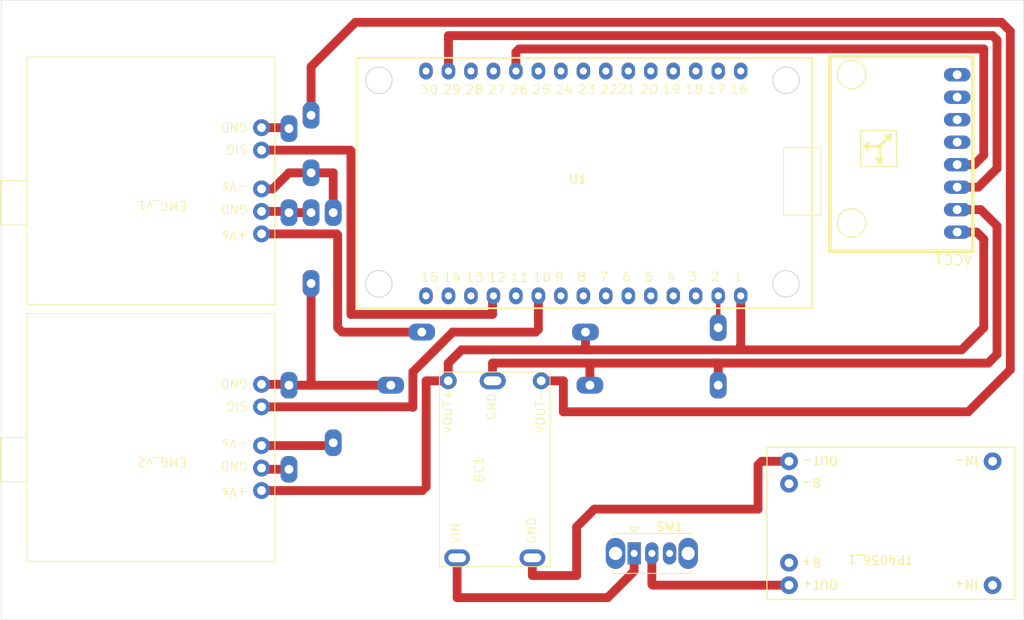
<source format=kicad_pcb>
(kicad_pcb (version 20241229) (generator "pcbnew") (generator_version "9.0")
  (layers (0 "F.Cu" signal) (2 "B.Cu" signal) (13 "F.Paste" user) (15 "B.Paste" user) (5 "F.SilkS" user "F.Silkscreen") (7 "B.SilkS" user "B.Silkscreen") (1 "F.Mask" user) (3 "B.Mask" user) (25 "Edge.Cuts" user))
  (net 0 "")
  (net 5 "Net-(BC1-GND)")
  (net 6 "Net-(U1-GPIO22)")
  (net 7 "Net-(U1-GPIO21)")
  (net 8 "Net-(BC1-VOUT+)")
  (net 9 "Net-(BC1-VIN+)")
  (net 10 "Net-(BC1-VOUT-)")
  (net 11 "Net-(BC1-VIN-)")
  (net 12 "Net-(EMG_v1-SIG)")
  (net 13 "Net-(EMG_v2-SIG)")
  (net 14 "Net-(SW1A-B)")
  (net 43 "Net-(R1-Pad1)")
  (net 44 "Net-(EMG_v1-GND-Pad1)")
  (net 45 "Net-(EMG_v1-+Vs)")
  (net 46 "Net-(EMG_v1--Vs)")
  (net 47 "Net-(EMG_v1-GND-Pad4)")
  (net 48 "Net-(EMG_v2-GND-Pad1)")
  (net 49 "Net-(EMG_v2--Vs)")
  (net 50 "Net-(EMG_v2-GND-Pad4)")
  (footprint "customFootprints:Jumper-Wire_8mm_Blue" (layer "F.Cu") (at 133.5 66 90)
    (property "Reference" "R2" (hide yes))
    (property "Value" "R")
    (pad "1" thru_hole roundrect (at 1.5 0 90) (size 3 1.9) (drill 1) (layers "*.Cu") (roundrect_rratio 0.421) (net 46 "Net-(EMG_v1--Vs)"))
    (pad "2" thru_hole roundrect (at 8 0 90) (size 3 1.9) (drill 1) (layers "*.Cu") (roundrect_rratio 0.421) (net 10 "Net-(BC1-VOUT-)"))
  )
  (footprint "customFootprints:Jumper-Wire_8mm_Blue" (layer "F.Cu") (at 131 59.5 -90)
    (property "Reference" "R6" (hide yes))
    (property "Value" "R")
    (pad "1" thru_hole roundrect (at 0 0 270) (size 3 1.9) (drill 1) (layers "*.Cu") (roundrect_rratio 0.421) (net 44 "Net-(EMG_v1-GND-Pad1)"))
    (pad "2" thru_hole roundrect (at 9.5 0 270) (size 3 1.9) (drill 1) (layers "*.Cu") (roundrect_rratio 0.421) (net 47 "Net-(EMG_v1-GND-Pad4)"))
  )
  (footprint "customFootprints:Jumper-Wire_8mm_Blue" (layer "F.Cu") (at 131 88.5 -90)
    (property "Reference" "R5" (hide yes))
    (property "Value" "R")
    (pad "1" thru_hole roundrect (at 0 0 270) (size 3 1.9) (drill 1) (layers "*.Cu") (roundrect_rratio 0.421) (net 48 "Net-(EMG_v2-GND-Pad1)"))
    (pad "2" thru_hole roundrect (at 9.5 0 270) (size 3 1.9) (drill 1) (layers "*.Cu") (roundrect_rratio 0.421) (net 50 "Net-(EMG_v2-GND-Pad4)"))
  )
  (footprint "customFootprints:BC" (layer "F.Cu") (at 154.5 98 90)
    (property "Reference" "BC1" (at 0 -2 90) (layer "F.SilkS") (effects (font (thickness 0.1))))
    (property "Value" "~")
    (fp_rect (start -11 -6.5) (end 11 6) (stroke (width 0.1)) (fill no) (layer "F.SilkS"))
    (fp_text user "GND" (at 5.5 0 90) (layer "F.SilkS") (effects (font (thickness 0.1)) (justify left bottom)))
    (fp_text user "VOUT-" (at 4 5.5 90) (layer "F.SilkS") (effects (font (thickness 0.1)) (justify left bottom)))
    (fp_text user "VIN" (at -8.5 -4 90) (layer "F.SilkS") (effects (font (thickness 0.1)) (justify left bottom)))
    (fp_text user "GND" (at -8.5 4.5 90) (layer "F.SilkS") (effects (font (thickness 0.1)) (justify left bottom)))
    (fp_text user "VOUT+" (at 4 -5 90) (layer "F.SilkS") (effects (font (thickness 0.1)) (justify left bottom)))
    (pad "1" thru_hole oval (at -10 -4.5 90) (size 1.905 2.905) (drill oval 1 2) (layers "*.Cu" "*.Mask") (net 9 "Net-(BC1-VIN+)"))
    (pad "2" thru_hole oval (at -10 4 90) (size 1.905 2.905) (drill oval 1 2) (layers "*.Cu" "*.Mask") (net 11 "Net-(BC1-VIN-)"))
    (pad "3" thru_hole circle (at 10 -5.5 90) (size 1.905 1.905) (drill 1) (layers "*.Cu" "*.Mask") (net 8 "Net-(BC1-VOUT+)"))
    (pad "4" thru_hole circle (at 10 5 90) (size 1.905 1.905) (drill 1) (layers "*.Cu" "*.Mask") (net 10 "Net-(BC1-VOUT-)"))
    (pad "5" thru_hole oval (at 10 -0.5 90) (size 1.905 2.9525) (drill oval 1 2 (offset 0 0.02375)) (layers "*.Cu" "*.Mask") (net 5 "Net-(BC1-GND)"))
  )
  (footprint "customFootprints:switch" (layer "F.Cu") (at 170 107.5)
    (property "Reference" "SW1" (at 3.99 -2.99 0) (layer "F.SilkS"))
    (property "Value" "SW_DPST_x2")
    (fp_line (start -2.41 -2.26) (end 6.41 -2.26) (stroke (width 0.12)) (layer "F.SilkS"))
    (fp_line (start -2.41 -1.95) (end -2.41 -2.26) (stroke (width 0.12)) (layer "F.SilkS"))
    (fp_line (start -2.41 2.26) (end -2.41 1.95) (stroke (width 0.12)) (layer "F.SilkS"))
    (fp_line (start -0.5 -2.96) (end 0 -2.46) (stroke (width 0.12)) (layer "F.SilkS"))
    (fp_line (start 0 -2.46) (end 0.5 -2.96) (stroke (width 0.12)) (layer "F.SilkS"))
    (fp_line (start 0.5 -2.96) (end -0.5 -2.96) (stroke (width 0.12)) (layer "F.SilkS"))
    (fp_line (start 6.41 -2.26) (end 6.41 -1.95) (stroke (width 0.12)) (layer "F.SilkS"))
    (fp_line (start 6.41 2.26) (end -2.41 2.26) (stroke (width 0.12)) (layer "F.SilkS"))
    (fp_line (start 6.41 2.26) (end 6.41 1.95) (stroke (width 0.12)) (layer "F.SilkS"))
    (pad "" thru_hole oval (at -2.1 0) (size 2.2 3.5) (drill 1.5) (layers "*.Cu" "*.Mask"))
    (pad "" thru_hole oval (at 6.1 0) (size 2.2 3.5) (drill 1.5) (layers "*.Cu" "*.Mask"))
    (pad "1" thru_hole rect (at 0 0) (size 1.5 2.5) (drill 0.8) (layers "*.Cu" "*.Mask") (net 9 "Net-(BC1-VIN+)"))
    (pad "2" thru_hole oval (at 2 0) (size 1.5 2.5) (drill 0.8) (layers "*.Cu" "*.Mask") (net 14 "Net-(SW1A-B)"))
    (pad "3" thru_hole oval (at 4 0) (size 1.5 2.5) (drill 0.8) (layers "*.Cu" "*.Mask"))
  )
  (footprint "customFootprints:Jumper-Wire_8mm_Blue" (layer "F.Cu") (at 146 82.5)
    (property "Reference" "R4" (hide yes))
    (property "Value" "R")
    (pad "1" thru_hole roundrect (at 0 0) (size 3 1.9) (drill 1) (layers "*.Cu") (roundrect_rratio 0.421) (net 45 "Net-(EMG_v1-+Vs)"))
    (pad "2" thru_hole roundrect (at 18.5 0) (size 3 1.9) (drill 1) (layers "*.Cu") (roundrect_rratio 0.421) (net 8 "Net-(BC1-VOUT+)"))
  )
  (footprint "customFootprints:EMG sensor" (layer "F.Cu") (at 129.4 79.4 180)
    (property "Reference" "EMG_v1" (at 12.7 11.2 180) (layer "F.SilkS") (effects (font (thickness 0.1))))
    (property "Value" "~")
    (fp_rect (start 28 9) (end 31 14) (stroke (width 0.1)) (fill no) (layer "F.SilkS"))
    (fp_rect (start 0 0) (end 28 28) (stroke (width 0.1)) (fill no) (layer "F.SilkS"))
    (fp_text user "SIG" (at 3 18.1598 180) (layer "F.SilkS") (effects (font (thickness 0.1)) (justify left bottom)))
    (fp_text user "+Vs" (at 3 8.3998 180) (layer "F.SilkS") (effects (font (thickness 0.125)) (justify left bottom)))
    (fp_text user "GND" (at 3 11.3998 180) (layer "F.SilkS") (effects (font (thickness 0.1)) (justify left bottom)))
    (fp_text user "GND" (at 3 20.6598 180) (layer "F.SilkS") (effects (font (thickness 0.1)) (justify left bottom)))
    (fp_text user "-Vs" (at 3 13.8998 180) (layer "F.SilkS") (effects (font (thickness 0.1)) (justify left bottom)))
    (pad "1" thru_hole circle (at 1.5 20 180) (size 1.905 1.905) (drill 1) (layers "*.Cu" "*.Mask") (net 44 "Net-(EMG_v1-GND-Pad1)"))
    (pad "2" thru_hole circle (at 1.5 17.46 180) (size 1.905 1.905) (drill 1) (layers "*.Cu" "*.Mask") (net 12 "Net-(EMG_v1-SIG)"))
    (pad "3" thru_hole circle (at 1.5 13.08 180) (size 1.905 1.905) (drill 1) (layers "*.Cu" "*.Mask") (net 46 "Net-(EMG_v1--Vs)"))
    (pad "4" thru_hole circle (at 1.5 10.54 180) (size 1.905 1.905) (drill 1) (layers "*.Cu" "*.Mask") (net 47 "Net-(EMG_v1-GND-Pad4)"))
    (pad "5" thru_hole circle (at 1.5 8 180) (size 1.905 1.905) (drill 1) (layers "*.Cu" "*.Mask") (net 45 "Net-(EMG_v1-+Vs)"))
  )
  (footprint "customFootprints:Jumper-Wire_8mm_Blue" (layer "F.Cu") (at 179.5 80.5 -90)
    (property "Reference" "R1" (hide yes))
    (property "Value" "R")
    (pad "1" thru_hole roundrect (at 1.5 0 270) (size 3 1.9) (drill 1) (layers "*.Cu") (roundrect_rratio 0.421) (net 43 "Net-(R1-Pad1)"))
    (pad "2" thru_hole roundrect (at 8 0 270) (size 3 1.9) (drill 1) (layers "*.Cu") (roundrect_rratio 0.421) (net 5 "Net-(BC1-GND)"))
  )
  (footprint "customFootprints:Jumper-Wire_8mm_Blue" (layer "F.Cu") (at 136 95 90)
    (property "Reference" "R3" (hide yes))
    (property "Value" "R")
    (pad "1" thru_hole roundrect (at 0 0 90) (size 3 1.9) (drill 1) (layers "*.Cu") (roundrect_rratio 0.421) (net 49 "Net-(EMG_v2--Vs)"))
    (pad "2" thru_hole roundrect (at 26 0 90) (size 3 1.9) (drill 1) (layers "*.Cu") (roundrect_rratio 0.421) (net 46 "Net-(EMG_v1--Vs)"))
  )
  (footprint "customFootprints:EMG sensor" (layer "F.Cu") (at 129.4 108.4 180)
    (property "Reference" "EMG_v2" (at 12.7 11.2 180) (layer "F.SilkS") (effects (font (thickness 0.1))))
    (property "Value" "~")
    (fp_rect (start 28 9) (end 31 14) (stroke (width 0.1)) (fill no) (layer "F.SilkS"))
    (fp_rect (start 0 0) (end 28 28) (stroke (width 0.1)) (fill no) (layer "F.SilkS"))
    (fp_text user "SIG" (at 3 18.1598 180) (layer "F.SilkS") (effects (font (thickness 0.1)) (justify left bottom)))
    (fp_text user "GND" (at 3 11.3998 180) (layer "F.SilkS") (effects (font (thickness 0.1)) (justify left bottom)))
    (fp_text user "GND" (at 3 20.6598 180) (layer "F.SilkS") (effects (font (thickness 0.1)) (justify left bottom)))
    (fp_text user "+Vs" (at 3 8.3998 180) (layer "F.SilkS") (effects (font (thickness 0.125)) (justify left bottom)))
    (fp_text user "-Vs" (at 3 13.8998 180) (layer "F.SilkS") (effects (font (thickness 0.1)) (justify left bottom)))
    (pad "1" thru_hole circle (at 1.5 20 180) (size 1.905 1.905) (drill 1) (layers "*.Cu" "*.Mask") (net 48 "Net-(EMG_v2-GND-Pad1)"))
    (pad "2" thru_hole circle (at 1.5 17.46 180) (size 1.905 1.905) (drill 1) (layers "*.Cu" "*.Mask") (net 13 "Net-(EMG_v2-SIG)"))
    (pad "3" thru_hole circle (at 1.5 13.08 180) (size 1.905 1.905) (drill 1) (layers "*.Cu" "*.Mask") (net 49 "Net-(EMG_v2--Vs)"))
    (pad "4" thru_hole circle (at 1.5 10.54 180) (size 1.905 1.905) (drill 1) (layers "*.Cu" "*.Mask") (net 50 "Net-(EMG_v2-GND-Pad4)"))
    (pad "5" thru_hole circle (at 1.5 8 180) (size 1.905 1.905) (drill 1) (layers "*.Cu" "*.Mask") (net 8 "Net-(BC1-VOUT+)"))
  )
  (footprint "customFootprints:Jumper-Wire_8mm_Blue" (layer "F.Cu") (at 142.5 88.5)
    (property "Reference" "R8" (hide yes))
    (property "Value" "R")
    (pad "1" thru_hole roundrect (at 0 0) (size 3 1.9) (drill 1) (layers "*.Cu") (roundrect_rratio 0.421) (net 48 "Net-(EMG_v2-GND-Pad1)"))
    (pad "2" thru_hole roundrect (at 22.5 0) (size 3 1.9) (drill 1) (layers "*.Cu") (roundrect_rratio 0.421) (net 5 "Net-(BC1-GND)"))
  )
  (footprint "customFootprints:Jumper-Wire_8mm_Blue" (layer "F.Cu") (at 133.5 77 90)
    (property "Reference" "R7" (hide yes))
    (property "Value" "R")
    (pad "1" thru_hole roundrect (at 0 0 90) (size 3 1.9) (drill 1) (layers "*.Cu") (roundrect_rratio 0.421) (net 48 "Net-(EMG_v2-GND-Pad1)"))
    (pad "2" thru_hole roundrect (at 8 0 90) (size 3 1.9) (drill 1) (layers "*.Cu") (roundrect_rratio 0.421) (net 47 "Net-(EMG_v1-GND-Pad4)"))
  )
  (footprint "customFootprints:ESP32_30pin" (layer "F.Cu") (at 164.020187 65.47246)
    (property "Reference" "U1" (at -0.395187 -0.27246 0) (layer "F.SilkS"))
    (property "Value" "~")
    (fp_rect (start -25.4 -13.97) (end 26.1 14.33) (stroke (width 0.2)) (fill no) (layer "F.SilkS"))
    (fp_rect (start 22.86 -3.81) (end 27.114179 3.81) (stroke (width 0.1)) (fill no) (layer "F.SilkS"))
    (fp_circle (center -22.86 -11.43) (end -21.36 -11.43) (stroke (width 0.1)) (fill no) (layer "Edge.Cuts"))
    (fp_circle (center -22.86 11.57) (end -21.36 11.57) (stroke (width 0.1)) (fill no) (layer "Edge.Cuts"))
    (fp_circle (center 23.14 -11.43) (end 24.64 -11.43) (stroke (width 0.1)) (fill no) (layer "Edge.Cuts"))
    (fp_circle (center 23.14 11.57) (end 24.64 11.57) (stroke (width 0.1)) (fill no) (layer "Edge.Cuts"))
    (fp_text user "22" (at 2.023825 -9.77359 0) (layer "F.SilkS") (effects (font (size 1 1.1) (thickness 0.1)) (justify left bottom)))
    (fp_text user "10" (at -5.532504 11.429083 0) (layer "F.SilkS") (effects (font (size 1 1.1) (thickness 0.1)) (justify left bottom)))
    (fp_text user "11" (at -8.072504 11.429083 0) (layer "F.SilkS") (effects (font (size 1 1.1) (thickness 0.1)) (justify left bottom)))
    (fp_text user "15" (at -18.232504 11.429083 0) (layer "F.SilkS") (effects (font (size 1 1.1) (thickness 0.1)) (justify left bottom)))
    (fp_text user "8" (at -0.553458 11.373831 0) (layer "F.SilkS") (effects (font (size 1 1.1) (thickness 0.1)) (justify left bottom)))
    (fp_text user "25" (at -5.596175 -9.77359 0) (layer "F.SilkS") (effects (font (size 1 1.1) (thickness 0.1)) (justify left bottom)))
    (fp_text user "3" (at 12.034602 11.368478 0) (layer "F.SilkS") (effects (font (size 1 1.1) (thickness 0.1)) (justify left bottom)))
    (fp_text user "23" (at -0.516175 -9.77359 0) (layer "F.SilkS") (effects (font (size 1 1.1) (thickness 0.1)) (justify left bottom)))
    (fp_text user "27" (at -10.676175 -9.77359 0) (layer "F.SilkS") (effects (font (size 1 1.1) (thickness 0.1)) (justify left bottom)))
    (fp_text user "6" (at 4.526542 11.373831 0) (layer "F.SilkS") (effects (font (size 1 1.1) (thickness 0.1)) (justify left bottom)))
    (fp_text user "12" (at -10.612504 11.429083 0) (layer "F.SilkS") (effects (font (size 1 1.1) (thickness 0.1)) (justify left bottom)))
    (fp_text user "19" (at 9.095525 -9.834583 0) (layer "F.SilkS") (effects (font (size 1 1.1) (thickness 0.1)) (justify left bottom)))
    (fp_text user "13" (at -13.152504 11.429083 0) (layer "F.SilkS") (effects (font (size 1 1.1) (thickness 0.1)) (justify left bottom)))
    (fp_text user "20" (at 6.555525 -9.834583 0) (layer "F.SilkS") (effects (font (size 1 1.1) (thickness 0.1)) (justify left bottom)))
    (fp_text user "2" (at 14.574602 11.368478 0) (layer "F.SilkS") (effects (font (size 1 1.1) (thickness 0.1)) (justify left bottom)))
    (fp_text user "17" (at 14.175525 -9.834583 0) (layer "F.SilkS") (effects (font (size 1 1.1) (thickness 0.1)) (justify left bottom)))
    (fp_text user "24" (at -3.056175 -9.77359 0) (layer "F.SilkS") (effects (font (size 1 1.1) (thickness 0.1)) (justify left bottom)))
    (fp_text user "21" (at 4.015525 -9.834583 0) (layer "F.SilkS") (effects (font (size 1 1.1) (thickness 0.1)) (justify left bottom)))
    (fp_text user "4" (at 9.606542 11.373831 0) (layer "F.SilkS") (effects (font (size 1 1.1) (thickness 0.1)) (justify left bottom)))
    (fp_text user "9" (at -3.093458 11.373831 0) (layer "F.SilkS") (effects (font (size 1 1.1) (thickness 0.1)) (justify left bottom)))
    (fp_text user "14" (at -15.692504 11.429083 0) (layer "F.SilkS") (effects (font (size 1 1.1) (thickness 0.1)) (justify left bottom)))
    (fp_text user "1" (at 17.114602 11.368478 0) (layer "F.SilkS") (effects (font (size 1 1.1) (thickness 0.1)) (justify left bottom)))
    (fp_text user "18" (at 11.635525 -9.834583 0) (layer "F.SilkS") (effects (font (size 1 1.1) (thickness 0.1)) (justify left bottom)))
    (fp_text user "28" (at -13.216175 -9.77359 0) (layer "F.SilkS") (effects (font (size 1 1.1) (thickness 0.125)) (justify left bottom)))
    (fp_text user "29" (at -15.756175 -9.77359 0) (layer "F.SilkS") (effects (font (size 1 1.1) (thickness 0.125)) (justify left bottom)))
    (fp_text user "7" (at 1.986542 11.373831 0) (layer "F.SilkS") (effects (font (size 1 1.1) (thickness 0.1)) (justify left bottom)))
    (fp_text user "16" (at 16.715525 -9.834583 0) (layer "F.SilkS") (effects (font (size 1 1.1) (thickness 0.1)) (justify left bottom)))
    (fp_text user "5" (at 7.066542 11.373831 0) (layer "F.SilkS") (effects (font (size 1 1.1) (thickness 0.1)) (justify left bottom)))
    (fp_text user "30" (at -18.296175 -9.77359 0) (layer "F.SilkS") (effects (font (size 1 1.1) (thickness 0.1)) (justify left bottom)))
    (fp_text user "26" (at -8.136175 -9.77359 0) (layer "F.SilkS") (effects (font (size 1 1.1) (thickness 0.1)) (justify left bottom)))
    (pad "1" thru_hole oval (at 18.019813 12.92754) (size 1.524 1.9) (drill 0.8) (layers "*.Cu" "*.Mask") (net 8 "Net-(BC1-VOUT+)"))
    (pad "2" thru_hole oval (at 15.479813 12.92754) (size 1.524 1.9) (drill 0.8) (layers "*.Cu" "*.Mask") (net 43 "Net-(R1-Pad1)"))
    (pad "3" thru_hole oval (at 12.939813 12.92754) (size 1.524 1.9) (drill 0.8) (layers "*.Cu" "*.Mask"))
    (pad "4" thru_hole oval (at 10.399813 12.92754) (size 1.524 1.9) (drill 0.8) (layers "*.Cu" "*.Mask"))
    (pad "5" thru_hole oval (at 7.859813 12.92754) (size 1.524 1.9) (drill 0.8) (layers "*.Cu" "*.Mask"))
    (pad "6" thru_hole oval (at 5.319813 12.92754) (size 1.524 1.9) (drill 0.8) (layers "*.Cu" "*.Mask"))
    (pad "7" thru_hole oval (at 2.779813 12.92754) (size 1.524 1.9) (drill 0.8) (layers "*.Cu" "*.Mask"))
    (pad "8" thru_hole oval (at 0.239813 12.92754) (size 1.524 1.9) (drill 0.8) (layers "*.Cu" "*.Mask"))
    (pad "9" thru_hole oval (at -2.300187 12.92754) (size 1.524 1.9) (drill 0.8) (layers "*.Cu" "*.Mask"))
    (pad "10" thru_hole oval (at -4.840187 12.92754) (size 1.524 1.9) (drill 0.8) (layers "*.Cu" "*.Mask") (net 13 "Net-(EMG_v2-SIG)"))
    (pad "11" thru_hole oval (at -7.380187 12.92754) (size 1.524 1.9) (drill 0.8) (layers "*.Cu" "*.Mask"))
    (pad "12" thru_hole oval (at -9.920187 12.92754) (size 1.524 1.9) (drill 0.8) (layers "*.Cu" "*.Mask") (net 12 "Net-(EMG_v1-SIG)"))
    (pad "13" thru_hole oval (at -12.460187 12.92754) (size 1.524 1.9) (drill 0.8) (layers "*.Cu" "*.Mask"))
    (pad "14" thru_hole oval (at -15.000187 12.92754) (size 1.524 1.9) (drill 0.8) (layers "*.Cu" "*.Mask"))
    (pad "15" thru_hole oval (at -17.540187 12.92754) (size 1.524 1.9) (drill 0.8) (layers "*.Cu" "*.Mask"))
    (pad "16" thru_hole oval (at 18.019813 -12.47246) (size 1.524 1.9) (drill 0.8) (layers "*.Cu" "*.Mask"))
    (pad "17" thru_hole oval (at 15.479813 -12.47246) (size 1.524 1.9) (drill 0.8) (layers "*.Cu" "*.Mask"))
    (pad "18" thru_hole oval (at 12.939813 -12.47246) (size 1.524 1.9) (drill 0.8) (layers "*.Cu" "*.Mask"))
    (pad "19" thru_hole oval (at 10.399813 -12.47246) (size 1.524 1.9) (drill 0.8) (layers "*.Cu" "*.Mask"))
    (pad "20" thru_hole oval (at 7.859813 -12.47246) (size 1.524 1.9) (drill 0.8) (layers "*.Cu" "*.Mask"))
    (pad "21" thru_hole oval (at 5.319813 -12.47246) (size 1.524 1.9) (drill 0.8) (layers "*.Cu" "*.Mask"))
    (pad "22" thru_hole oval (at 2.779813 -12.47246) (size 1.524 1.9) (drill 0.8) (layers "*.Cu" "*.Mask"))
    (pad "23" thru_hole oval (at 0.239813 -12.47246) (size 1.524 1.9) (drill 0.8) (layers "*.Cu" "*.Mask"))
    (pad "24" thru_hole oval (at -2.300187 -12.47246) (size 1.524 1.9) (drill 0.8) (layers "*.Cu" "*.Mask"))
    (pad "25" thru_hole oval (at -4.840187 -12.47246) (size 1.524 1.9) (drill 0.8) (layers "*.Cu" "*.Mask"))
    (pad "26" thru_hole oval (at -7.380187 -12.47246) (size 1.524 1.9) (drill 0.8) (layers "*.Cu" "*.Mask") (net 7 "Net-(U1-GPIO21)"))
    (pad "27" thru_hole oval (at -9.920187 -12.47246) (size 1.524 1.9) (drill 0.8) (layers "*.Cu" "*.Mask"))
    (pad "28" thru_hole oval (at -12.460187 -12.47246) (size 1.524 1.9) (drill 0.8) (layers "*.Cu" "*.Mask"))
    (pad "29" thru_hole oval (at -15.000187 -12.47246) (size 1.524 1.9) (drill 0.8) (layers "*.Cu" "*.Mask") (net 6 "Net-(U1-GPIO22)"))
    (pad "30" thru_hole oval (at -17.540187 -12.47246) (size 1.524 1.9) (drill 0.8) (layers "*.Cu" "*.Mask"))
  )
  (footprint "customFootprints:GY-521" (layer "F.Cu") (at 208.27 51.356 180)
    (property "Reference" "ACC1" (at -0.008 -22.2504 180) (layer "F.SilkS") (effects (font (size 1.143 1.143) (thickness 0.127)) (justify left bottom)))
    (property "Value" "~")
    (fp_line (start 16.15 0) (end 16.15 -22) (stroke (width 0.4064)) (layer "F.SilkS"))
    (fp_line (start 16.15 -22) (end 0 -22) (stroke (width 0.4064)) (layer "F.SilkS"))
    (fp_line (start 12.692 -8.382) (end 12.692 -12.446) (stroke (width 0.127)) (layer "F.SilkS"))
    (fp_line (start 12.692 -12.446) (end 8.628 -12.446) (stroke (width 0.127)) (layer "F.SilkS"))
    (fp_line (start 12.311 -10.16) (end 11.803 -9.779) (stroke (width 0.3048)) (layer "F.SilkS"))
    (fp_line (start 11.803 -10.541) (end 12.311 -10.16) (stroke (width 0.3048)) (layer "F.SilkS"))
    (fp_line (start 10.914 -11.557) (end 10.533 -12.065) (stroke (width 0.3048)) (layer "F.SilkS"))
    (fp_line (start 10.533 -10.16) (end 12.311 -10.16) (stroke (width 0.3048)) (layer "F.SilkS"))
    (fp_line (start 10.533 -10.16) (end 10.533 -12.065) (stroke (width 0.3048)) (layer "F.SilkS"))
    (fp_line (start 10.533 -10.16) (end 9.263 -8.89) (stroke (width 0.3048)) (layer "F.SilkS"))
    (fp_line (start 10.533 -12.065) (end 10.152 -11.557) (stroke (width 0.3048)) (layer "F.SilkS"))
    (fp_line (start 9.263 -8.89) (end 9.898 -9.017) (stroke (width 0.3048)) (layer "F.SilkS"))
    (fp_line (start 9.263 -8.89) (end 9.39 -9.525) (stroke (width 0.3048)) (layer "F.SilkS"))
    (fp_line (start 8.628 -8.382) (end 12.692 -8.382) (stroke (width 0.127)) (layer "F.SilkS"))
    (fp_line (start 8.628 -12.446) (end 8.628 -8.382) (stroke (width 0.127)) (layer "F.SilkS"))
    (fp_line (start 0 0) (end 16.15 0) (stroke (width 0.4064)) (layer "F.SilkS"))
    (fp_line (start 0 -22) (end 0 0) (stroke (width 0.4064)) (layer "F.SilkS"))
    (fp_circle (center 13.708 -2.032) (end 15.31443 -2.032) (stroke (width 0.127)) (fill no) (layer "F.SilkS"))
    (fp_circle (center 13.708 -18.796) (end 15.31443 -18.796) (stroke (width 0.127)) (fill no) (layer "F.SilkS"))
    (fp_circle (center 10.533 -10.16) (end 10.712603 -10.16) (stroke (width 0.3048)) (fill no) (layer "F.SilkS"))
    (pad "AD0" thru_hole oval (at 1.77 -4.604 180) (size 3 1.5) (drill 1) (layers "*.Cu" "*.Mask"))
    (pad "GND" thru_hole oval (at 1.77 -17.304 180) (size 3 1.5) (drill 1) (layers "*.Cu" "*.Mask") (net 5 "Net-(BC1-GND)"))
    (pad "INT" thru_hole oval (at 1.77 -2.064 180) (size 3 1.5) (drill 1) (layers "*.Cu" "*.Mask"))
    (pad "SCL" thru_hole oval (at 1.77 -14.764 180) (size 3 1.5) (drill 1) (layers "*.Cu" "*.Mask") (net 6 "Net-(U1-GPIO22)"))
    (pad "SDA" thru_hole oval (at 1.77 -12.224 180) (size 3 1.5) (drill 1) (layers "*.Cu" "*.Mask") (net 7 "Net-(U1-GPIO21)"))
    (pad "VCC" thru_hole oval (at 1.77 -19.844 180) (size 3 1.5) (drill 1) (layers "*.Cu" "*.Mask") (net 8 "Net-(BC1-VOUT+)"))
    (pad "XCL" thru_hole oval (at 1.77 -7.144 180) (size 3 1.5) (drill 1) (layers "*.Cu" "*.Mask"))
    (pad "XDA" thru_hole oval (at 1.77 -9.684 180) (size 3 1.5) (drill 1) (layers "*.Cu" "*.Mask"))
  )
  (footprint "customFootprints:TP4056-Module" (layer "F.Cu") (at 213 95.495 180)
    (property "Reference" "TP4056_1" (at 15.24 -12.7 180) (layer "F.SilkS"))
    (property "Value" "~")
    (fp_line (start 28 -17.2) (end 28 0) (stroke (width 0.12)) (layer "F.SilkS"))
    (fp_line (start 0 0) (end 28 0) (stroke (width 0.12)) (layer "F.SilkS"))
    (fp_line (start 0 -17.2) (end 28 -17.2) (stroke (width 0.12)) (layer "F.SilkS"))
    (fp_line (start 0 -17.2) (end 0 0) (stroke (width 0.12)) (layer "F.SilkS"))
    (fp_text user "B-" (at 23 -4 180) (layer "F.SilkS"))
    (fp_text user "OUT-" (at 22 -1.5 180) (layer "F.SilkS"))
    (fp_text user "IN+" (at 5.5 -15.5 180) (layer "F.SilkS"))
    (fp_text user "OUT+" (at 22 -15.5 180) (layer "F.SilkS"))
    (fp_text user "B+" (at 23 -13 180) (layer "F.SilkS"))
    (fp_text user "IN-" (at 5.5 -1.5 180) (layer "F.SilkS"))
    (pad "1" thru_hole circle (at 2.5 -15.6 180) (size 2 2) (drill 1) (layers "*.Cu" "*.Mask"))
    (pad "2" thru_hole circle (at 2.5 -1.6 180) (size 2 2) (drill 1) (layers "*.Cu" "*.Mask"))
    (pad "3" thru_hole circle (at 25.5 -13.06 180) (size 2 2) (drill 1) (layers "*.Cu" "*.Mask"))
    (pad "4" thru_hole circle (at 25.5 -4.14 180) (size 2 2) (drill 1) (layers "*.Cu" "*.Mask"))
    (pad "5" thru_hole circle (at 25.5 -15.6 180) (size 2 2) (drill 1) (layers "*.Cu" "*.Mask") (net 14 "Net-(SW1A-B)"))
    (pad "6" thru_hole circle (at 25.5 -1.6 180) (size 2 2) (drill 1) (layers "*.Cu" "*.Mask") (net 11 "Net-(BC1-VIN-)"))
  )
  (gr_rect (start 98.5 45) (end 214 115) (stroke (width 0.05)) (fill no) (layer "Edge.Cuts"))
  (segment (start 211 70.5) (end 211 85) (width 1) (layer "F.Cu") (net 5))
  (segment (start 206.5 68.66) (end 209.16 68.66) (width 1) (layer "F.Cu") (net 5))
  (segment (start 209.16 68.66) (end 211 70.5) (width 1) (layer "F.Cu") (net 5))
  (segment (start 154 86) (end 154 88) (width 1) (layer "F.Cu") (net 5))
  (segment (start 179 86) (end 154 86) (width 1) (layer "F.Cu") (net 5))
  (segment (start 165 88.5) (end 165 86) (width 1) (layer "F.Cu") (net 5))
  (segment (start 211 85) (end 210 86) (width 1) (layer "F.Cu") (net 5))
  (segment (start 179.5 86) (end 179 86) (width 1) (layer "F.Cu") (net 5))
  (segment (start 210 86) (end 179 86) (width 1) (layer "F.Cu") (net 5))
  (segment (start 179.5 88.5) (end 179.5 86) (width 1) (layer "F.Cu") (net 5))
  (segment (start 208.88 66.12) (end 211 64) (width 1) (layer "F.Cu") (net 6))
  (segment (start 210.5 49) (end 149 49) (width 1) (layer "F.Cu") (net 6))
  (segment (start 211 49.5) (end 210.5 49) (width 1) (layer "F.Cu") (net 6))
  (segment (start 149.02 49.02) (end 149.02 53) (width 1) (layer "F.Cu") (net 6))
  (segment (start 149 49) (end 149.02 49.02) (width 0.5) (layer "F.Cu") (net 6))
  (segment (start 206.5 66.12) (end 208.88 66.12) (width 1) (layer "F.Cu") (net 6))
  (segment (start 211 64) (end 211 49.5) (width 1) (layer "F.Cu") (net 6))
  (segment (start 157 50.5) (end 156.64 50.86) (width 1) (layer "F.Cu") (net 7))
  (segment (start 209.5 50.5) (end 157 50.5) (width 1) (layer "F.Cu") (net 7))
  (segment (start 208.42 63.58) (end 209.5 62.5) (width 1) (layer "F.Cu") (net 7))
  (segment (start 206.5 63.58) (end 208.42 63.58) (width 1) (layer "F.Cu") (net 7))
  (segment (start 156.64 50.86) (end 156.64 53) (width 1) (layer "F.Cu") (net 7))
  (segment (start 209.5 62.5) (end 209.5 50.5) (width 1) (layer "F.Cu") (net 7))
  (segment (start 164.5 82.5) (end 164.5 84.5) (width 1) (layer "F.Cu") (net 8))
  (segment (start 209.5 82) (end 209.5 72) (width 1) (layer "F.Cu") (net 8))
  (segment (start 182.04 84.04) (end 182 84.08) (width 1) (layer "F.Cu") (net 8))
  (segment (start 146.5 100) (end 146.5 88) (width 1) (layer "F.Cu") (net 8))
  (segment (start 149 88) (end 149 86) (width 1) (layer "F.Cu") (net 8))
  (segment (start 150.5 84.5) (end 165 84.5) (width 1) (layer "F.Cu") (net 8))
  (segment (start 207 84.5) (end 209.5 82) (width 1) (layer "F.Cu") (net 8))
  (segment (start 146.1 100.4) (end 146.5 100) (width 0.5) (layer "F.Cu") (net 8))
  (segment (start 182.5 84.5) (end 207 84.5) (width 1) (layer "F.Cu") (net 8))
  (segment (start 165 84.5) (end 182.5 84.5) (width 1) (layer "F.Cu") (net 8))
  (segment (start 182 84.08) (end 182 84.5) (width 1) (layer "F.Cu") (net 8))
  (segment (start 209.5 72) (end 208.7 71.2) (width 1) (layer "F.Cu") (net 8))
  (segment (start 182.04 78.4) (end 182.04 84.04) (width 1) (layer "F.Cu") (net 8))
  (segment (start 149 86) (end 150.5 84.5) (width 1) (layer "F.Cu") (net 8))
  (segment (start 208.7 71.2) (end 207.324968 71.2) (width 1) (layer "F.Cu") (net 8))
  (segment (start 127.9 100.4) (end 146.1 100.4) (width 1) (layer "F.Cu") (net 8))
  (segment (start 207.324968 71.2) (end 206.5 71.2) (width 0.5) (layer "F.Cu") (net 8))
  (segment (start 164.5 84.5) (end 165 84.5) (width 1) (layer "F.Cu") (net 8))
  (segment (start 146.5 88) (end 149 88) (width 1) (layer "F.Cu") (net 8))
  (segment (start 150 112.5) (end 150 108) (width 1) (layer "F.Cu") (net 9))
  (segment (start 170 109.5) (end 167 112.5) (width 1) (layer "F.Cu") (net 9))
  (segment (start 167 112.5) (end 150 112.5) (width 1) (layer "F.Cu") (net 9))
  (segment (start 170 107.5) (end 170 109.5) (width 1) (layer "F.Cu") (net 9))
  (segment (start 162 88) (end 159.5 88) (width 1) (layer "F.Cu") (net 10))
  (segment (start 212.5 86.749) (end 207.749 91.5) (width 1) (layer "F.Cu") (net 10))
  (segment (start 138.5 47.5) (end 211.5 47.5) (width 1) (layer "F.Cu") (net 10))
  (segment (start 211.5 47.5) (end 212.5 48.5) (width 1) (layer "F.Cu") (net 10))
  (segment (start 133.5 58) (end 133.5 52.5) (width 1) (layer "F.Cu") (net 10))
  (segment (start 133.5 52.5) (end 138.5 47.5) (width 1) (layer "F.Cu") (net 10))
  (segment (start 207.749 91.5) (end 162 91.5) (width 1) (layer "F.Cu") (net 10))
  (segment (start 162 91.5) (end 162 88) (width 1) (layer "F.Cu") (net 10))
  (segment (start 212.5 48.5) (end 212.5 86.749) (width 1) (layer "F.Cu") (net 10))
  (segment (start 184.405 97.095) (end 184 97.5) (width 1) (layer "F.Cu") (net 11))
  (segment (start 163.5 110) (end 158.5 110) (width 1) (layer "F.Cu") (net 11))
  (segment (start 184 102.5) (end 165.5 102.5) (width 1) (layer "F.Cu") (net 11))
  (segment (start 184 97.5) (end 184 102.5) (width 1) (layer "F.Cu") (net 11))
  (segment (start 163.5 104.5) (end 163.5 110) (width 1) (layer "F.Cu") (net 11))
  (segment (start 158.5 110) (end 158.5 108) (width 1) (layer "F.Cu") (net 11))
  (segment (start 187.5 97.095) (end 184.405 97.095) (width 1) (layer "F.Cu") (net 11))
  (segment (start 165.5 102.5) (end 163.5 104.5) (width 1) (layer "F.Cu") (net 11))
  (segment (start 138 80.5) (end 154 80.5) (width 1) (layer "F.Cu") (net 12))
  (segment (start 137.94 61.94) (end 138 62) (width 0.5) (layer "F.Cu") (net 12))
  (segment (start 154 78.5) (end 154.1 78.4) (width 0.5) (layer "F.Cu") (net 12))
  (segment (start 127.9 61.94) (end 137.94 61.94) (width 1) (layer "F.Cu") (net 12))
  (segment (start 138 62) (end 138 80.5) (width 1) (layer "F.Cu") (net 12))
  (segment (start 154 80.5) (end 154 78.5) (width 1) (layer "F.Cu") (net 12))
  (segment (start 158.86 82.5) (end 159.18 82.18) (width 1) (layer "F.Cu") (net 13))
  (segment (start 149.5 82.5) (end 158.86 82.5) (width 1) (layer "F.Cu") (net 13))
  (segment (start 145 87) (end 149.5 82.5) (width 1) (layer "F.Cu") (net 13))
  (segment (start 127.9 90.94) (end 144.94 90.94) (width 1) (layer "F.Cu") (net 13))
  (segment (start 159.18 82.18) (end 159.18 78.4) (width 1) (layer "F.Cu") (net 13))
  (segment (start 145 91) (end 145 87) (width 1) (layer "F.Cu") (net 13))
  (segment (start 144.94 90.94) (end 145 91) (width 0.5) (layer "F.Cu") (net 13))
  (segment (start 172 111) (end 172 107.5) (width 1) (layer "F.Cu") (net 14))
  (segment (start 187.5 111.095) (end 172.095 111.095) (width 1) (layer "F.Cu") (net 14))
  (segment (start 172.095 111.095) (end 172 111) (width 0.5) (layer "F.Cu") (net 14))
  (segment (start 179.5 78.4) (end 179.5 81.5) (width 0.5) (layer "F.Cu") (net 43))
  (segment (start 130.9 59.4) (end 131 59.5) (width 0.5) (layer "F.Cu") (net 44))
  (segment (start 127.9 59.4) (end 130.9 59.4) (width 1) (layer "F.Cu") (net 44))
  (segment (start 136.5 82) (end 137 82.5) (width 1) (layer "F.Cu") (net 45))
  (segment (start 136.5 71.5) (end 136.5 82) (width 1) (layer "F.Cu") (net 45))
  (segment (start 127.9 71.4) (end 136.4 71.4) (width 1) (layer "F.Cu") (net 45))
  (segment (start 136.4 71.4) (end 136.5 71.5) (width 0.5) (layer "F.Cu") (net 45))
  (segment (start 137 82.5) (end 146 82.5) (width 1) (layer "F.Cu") (net 45))
  (segment (start 129.18 66.32) (end 127.9 66.32) (width 1) (layer "F.Cu") (net 46))
  (segment (start 136 64.5) (end 136 69) (width 1) (layer "F.Cu") (net 46))
  (segment (start 133.5 64.5) (end 131 64.5) (width 1) (layer "F.Cu") (net 46))
  (segment (start 131 64.5) (end 129.18 66.32) (width 1) (layer "F.Cu") (net 46))
  (segment (start 128.08 66.5) (end 127.9 66.32) (width 0.5) (layer "F.Cu") (net 46))
  (segment (start 133.5 64.5) (end 136 64.5) (width 1) (layer "F.Cu") (net 46))
  (segment (start 127.9 68.86) (end 130.86 68.86) (width 1) (layer "F.Cu") (net 47))
  (segment (start 131 69) (end 133.5 69) (width 1) (layer "F.Cu") (net 47))
  (segment (start 130.86 68.86) (end 131 69) (width 0.5) (layer "F.Cu") (net 47))
  (segment (start 128.04 69) (end 127.9 68.86) (width 0.5) (layer "F.Cu") (net 47))
  (segment (start 133.5 88.5) (end 142.5 88.5) (width 1) (layer "F.Cu") (net 48))
  (segment (start 131 88.5) (end 133.5 88.5) (width 1) (layer "F.Cu") (net 48))
  (segment (start 128 88.5) (end 127.9 88.4) (width 0.5) (layer "F.Cu") (net 48))
  (segment (start 133.5 77) (end 133.5 88.5) (width 1) (layer "F.Cu") (net 48))
  (segment (start 127.9 88.4) (end 130.9 88.4) (width 1) (layer "F.Cu") (net 48))
  (segment (start 130.9 88.4) (end 131 88.5) (width 0.5) (layer "F.Cu") (net 48))
  (segment (start 135.68 95.32) (end 136 95) (width 0.5) (layer "F.Cu") (net 49))
  (segment (start 127.9 95.32) (end 135.68 95.32) (width 1) (layer "F.Cu") (net 49))
  (segment (start 131 98) (end 128.04 98) (width 1) (layer "F.Cu") (net 50))
  (segment (start 128.04 98) (end 127.9 97.86) (width 0.5) (layer "F.Cu") (net 50))
)
</source>
